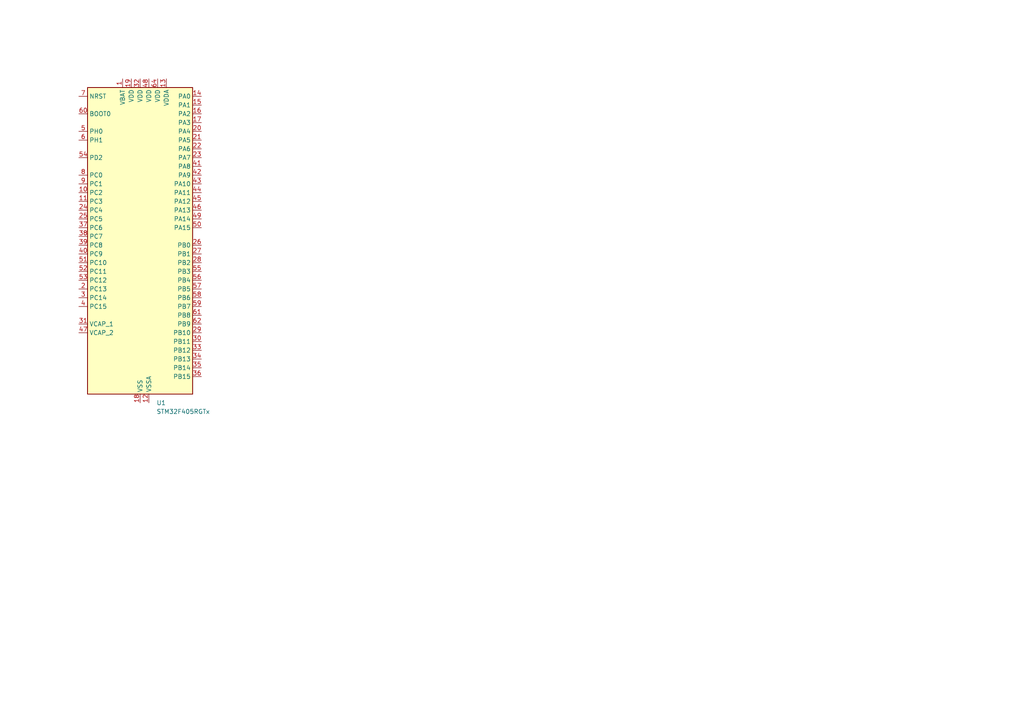
<source format=kicad_sch>
(kicad_sch (version 20230121) (generator eeschema)
  (paper "A4")
  (lib_symbols
    (symbol "MCU_ST_STM32F4:STM32F405RGTx"
      (property "Reference" "U" (at -15.24 46.99 0))
      (property "Value" "STM32F405RGTx" (at 10.16 46.99 0))
      (symbol "STM32F405RGTx_0_1"
        (rectangle (start -15.24 -43.18) (end 15.24 45.72) (stroke (width 0.254)) (fill (type background)))
      )
      (symbol "STM32F405RGTx_1_1"
        (pin power_in line (at -5.08 48.26 270) (length 2.54) (name "VBAT") (number "1"))
        (pin bidirectional line (at -17.78 15.24 0) (length 2.54) (name "PC2") (number "10"))
        (pin bidirectional line (at -17.78 12.7 0) (length 2.54) (name "PC3") (number "11"))
        (pin power_in line (at 2.54 -45.72 90) (length 2.54) (name "VSSA") (number "12"))
        (pin power_in line (at 7.62 48.26 270) (length 2.54) (name "VDDA") (number "13"))
        (pin bidirectional line (at 17.78 43.18 180) (length 2.54) (name "PA0") (number "14"))
        (pin bidirectional line (at 17.78 40.64 180) (length 2.54) (name "PA1") (number "15"))
        (pin bidirectional line (at 17.78 38.1 180) (length 2.54) (name "PA2") (number "16"))
        (pin bidirectional line (at 17.78 35.56 180) (length 2.54) (name "PA3") (number "17"))
        (pin power_in line (at 0 -45.72 90) (length 2.54) (name "VSS") (number "18"))
        (pin power_in line (at -2.54 48.26 270) (length 2.54) (name "VDD") (number "19"))
        (pin bidirectional line (at -17.78 -12.7 0) (length 2.54) (name "PC13") (number "2"))
        (pin bidirectional line (at 17.78 33.02 180) (length 2.54) (name "PA4") (number "20"))
        (pin bidirectional line (at 17.78 30.48 180) (length 2.54) (name "PA5") (number "21"))
        (pin bidirectional line (at 17.78 27.94 180) (length 2.54) (name "PA6") (number "22"))
        (pin bidirectional line (at 17.78 25.4 180) (length 2.54) (name "PA7") (number "23"))
        (pin bidirectional line (at -17.78 10.16 0) (length 2.54) (name "PC4") (number "24"))
        (pin bidirectional line (at -17.78 7.62 0) (length 2.54) (name "PC5") (number "25"))
        (pin bidirectional line (at 17.78 0 180) (length 2.54) (name "PB0") (number "26"))
        (pin bidirectional line (at 17.78 -2.54 180) (length 2.54) (name "PB1") (number "27"))
        (pin bidirectional line (at 17.78 -5.08 180) (length 2.54) (name "PB2") (number "28"))
        (pin bidirectional line (at 17.78 -25.4 180) (length 2.54) (name "PB10") (number "29"))
        (pin bidirectional line (at -17.78 -15.24 0) (length 2.54) (name "PC14") (number "3"))
        (pin bidirectional line (at 17.78 -27.94 180) (length 2.54) (name "PB11") (number "30"))
        (pin power_out line (at -17.78 -22.86 0) (length 2.54) (name "VCAP_1") (number "31"))
        (pin power_in line (at 0 48.26 270) (length 2.54) (name "VDD") (number "32"))
        (pin bidirectional line (at 17.78 -30.48 180) (length 2.54) (name "PB12") (number "33"))
        (pin bidirectional line (at 17.78 -33.02 180) (length 2.54) (name "PB13") (number "34"))
        (pin bidirectional line (at 17.78 -35.56 180) (length 2.54) (name "PB14") (number "35"))
        (pin bidirectional line (at 17.78 -38.1 180) (length 2.54) (name "PB15") (number "36"))
        (pin bidirectional line (at -17.78 5.08 0) (length 2.54) (name "PC6") (number "37"))
        (pin bidirectional line (at -17.78 2.54 0) (length 2.54) (name "PC7") (number "38"))
        (pin bidirectional line (at -17.78 0 0) (length 2.54) (name "PC8") (number "39"))
        (pin bidirectional line (at -17.78 -17.78 0) (length 2.54) (name "PC15") (number "4"))
        (pin bidirectional line (at -17.78 -2.54 0) (length 2.54) (name "PC9") (number "40"))
        (pin bidirectional line (at 17.78 22.86 180) (length 2.54) (name "PA8") (number "41"))
        (pin bidirectional line (at 17.78 20.32 180) (length 2.54) (name "PA9") (number "42"))
        (pin bidirectional line (at 17.78 17.78 180) (length 2.54) (name "PA10") (number "43"))
        (pin bidirectional line (at 17.78 15.24 180) (length 2.54) (name "PA11") (number "44"))
        (pin bidirectional line (at 17.78 12.7 180) (length 2.54) (name "PA12") (number "45"))
        (pin bidirectional line (at 17.78 10.16 180) (length 2.54) (name "PA13") (number "46"))
        (pin power_out line (at -17.78 -25.4 0) (length 2.54) (name "VCAP_2") (number "47"))
        (pin power_in line (at 2.54 48.26 270) (length 2.54) (name "VDD") (number "48"))
        (pin bidirectional line (at 17.78 7.62 180) (length 2.54) (name "PA14") (number "49"))
        (pin bidirectional line (at -17.78 33.02 0) (length 2.54) (name "PH0") (number "5"))
        (pin bidirectional line (at 17.78 5.08 180) (length 2.54) (name "PA15") (number "50"))
        (pin bidirectional line (at -17.78 -5.08 0) (length 2.54) (name "PC10") (number "51"))
        (pin bidirectional line (at -17.78 -7.62 0) (length 2.54) (name "PC11") (number "52"))
        (pin bidirectional line (at -17.78 -10.16 0) (length 2.54) (name "PC12") (number "53"))
        (pin bidirectional line (at -17.78 25.4 0) (length 2.54) (name "PD2") (number "54"))
        (pin bidirectional line (at 17.78 -7.62 180) (length 2.54) (name "PB3") (number "55"))
        (pin bidirectional line (at 17.78 -10.16 180) (length 2.54) (name "PB4") (number "56"))
        (pin bidirectional line (at 17.78 -12.7 180) (length 2.54) (name "PB5") (number "57"))
        (pin bidirectional line (at 17.78 -15.24 180) (length 2.54) (name "PB6") (number "58"))
        (pin bidirectional line (at 17.78 -17.78 180) (length 2.54) (name "PB7") (number "59"))
        (pin bidirectional line (at -17.78 30.48 0) (length 2.54) (name "PH1") (number "6"))
        (pin input line (at -17.78 38.1 0) (length 2.54) (name "BOOT0") (number "60"))
        (pin bidirectional line (at 17.78 -20.32 180) (length 2.54) (name "PB8") (number "61"))
        (pin bidirectional line (at 17.78 -22.86 180) (length 2.54) (name "PB9") (number "62"))
        (pin passive line (at 0 -45.72 90) (length 2.54) hide (name "VSS") (number "63"))
        (pin power_in line (at 5.08 48.26 270) (length 2.54) (name "VDD") (number "64"))
        (pin input line (at -17.78 43.18 0) (length 2.54) (name "NRST") (number "7"))
        (pin bidirectional line (at -17.78 20.32 0) (length 2.54) (name "PC0") (number "8"))
        (pin bidirectional line (at -17.78 17.78 0) (length 2.54) (name "PC1") (number "9"))
      )
    )
  )
  (symbol (lib_id "MCU_ST_STM32F4:STM32F405RGTx") (at 40.64 71.12 0) (unit 1)
    (property "Reference" "U1" (at 45.3741 116.84 0) (effects (justify left)))
    (property "Value" "STM32F405RGTx" (at 45.3741 119.38 0) (effects (justify left)))
    (property "Footprint" "Package_QFP:LQFP-64_10x10mm_P0.5mm" (effects hide))
    (property "Datasheet" "https://www.st.com/resource/en/datasheet/stm32f405rg.pdf" (effects hide))
  )
)
</source>
